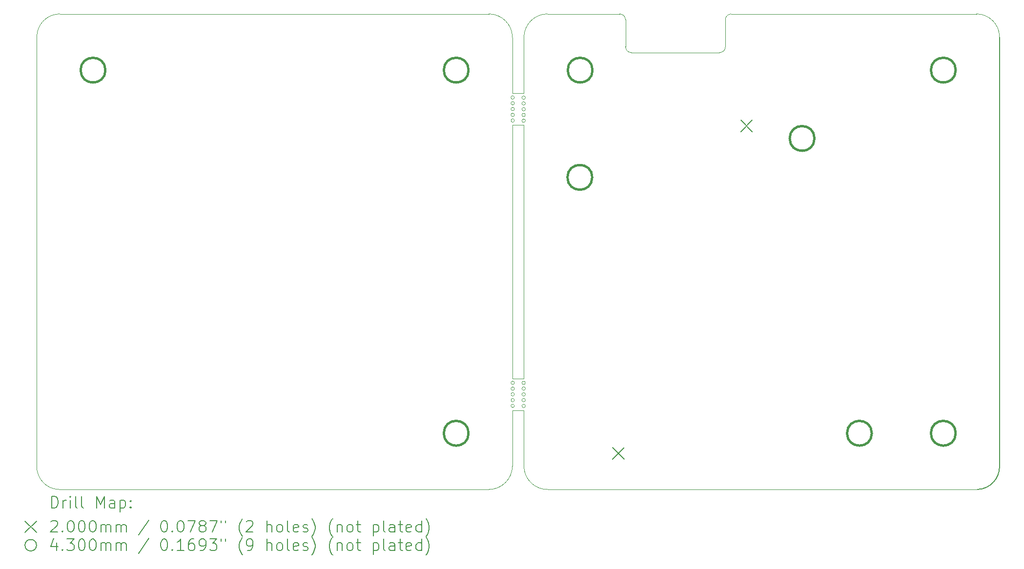
<source format=gbr>
%TF.GenerationSoftware,KiCad,Pcbnew,8.0.4*%
%TF.CreationDate,2024-07-29T00:01:57+02:00*%
%TF.ProjectId,gps,6770732e-6b69-4636-9164-5f7063625858,rev?*%
%TF.SameCoordinates,Original*%
%TF.FileFunction,Drillmap*%
%TF.FilePolarity,Positive*%
%FSLAX45Y45*%
G04 Gerber Fmt 4.5, Leading zero omitted, Abs format (unit mm)*
G04 Created by KiCad (PCBNEW 8.0.4) date 2024-07-29 00:01:57*
%MOMM*%
%LPD*%
G01*
G04 APERTURE LIST*
%ADD10C,0.100000*%
%ADD11C,0.150000*%
%ADD12C,0.200000*%
%ADD13C,0.430000*%
G04 APERTURE END LIST*
D10*
X13525000Y-11050000D02*
X13725000Y-11050000D01*
X13750000Y-5627500D02*
G75*
G02*
X13690000Y-5627500I-30000J0D01*
G01*
X13690000Y-5627500D02*
G75*
G02*
X13750000Y-5627500I30000J0D01*
G01*
X13560000Y-5625000D02*
G75*
G02*
X13500000Y-5625000I-30000J0D01*
G01*
X13500000Y-5625000D02*
G75*
G02*
X13560000Y-5625000I30000J0D01*
G01*
X13560000Y-10575000D02*
G75*
G02*
X13500000Y-10575000I-30000J0D01*
G01*
X13500000Y-10575000D02*
G75*
G02*
X13560000Y-10575000I30000J0D01*
G01*
X13750000Y-10575000D02*
G75*
G02*
X13690000Y-10575000I-30000J0D01*
G01*
X13690000Y-10575000D02*
G75*
G02*
X13750000Y-10575000I30000J0D01*
G01*
X13525000Y-10500000D02*
X13725000Y-10500000D01*
X13525000Y-6100000D02*
X13725000Y-6100000D01*
X13525000Y-5550000D02*
X13725000Y-5550000D01*
X13560000Y-6025000D02*
G75*
G02*
X13500000Y-6025000I-30000J0D01*
G01*
X13500000Y-6025000D02*
G75*
G02*
X13560000Y-6025000I30000J0D01*
G01*
X15587000Y-4845000D02*
G75*
G02*
X15487000Y-4745000I0J100000D01*
G01*
X5275000Y-4575000D02*
G75*
G02*
X5675000Y-4175000I400000J0D01*
G01*
X15386000Y-4175000D02*
G75*
G02*
X15487298Y-4275000I1290J-100000D01*
G01*
X13750000Y-5927500D02*
G75*
G02*
X13690000Y-5927500I-30000J0D01*
G01*
X13690000Y-5927500D02*
G75*
G02*
X13750000Y-5927500I30000J0D01*
G01*
X13560000Y-5725000D02*
G75*
G02*
X13500000Y-5725000I-30000J0D01*
G01*
X13500000Y-5725000D02*
G75*
G02*
X13560000Y-5725000I30000J0D01*
G01*
X5657843Y-12425000D02*
G75*
G02*
X5275000Y-12017157I12507J395350D01*
G01*
X13560000Y-5825000D02*
G75*
G02*
X13500000Y-5825000I-30000J0D01*
G01*
X13500000Y-5825000D02*
G75*
G02*
X13560000Y-5825000I30000J0D01*
G01*
D11*
X21975000Y-12017157D02*
G75*
G02*
X21592157Y-12425000I-395340J-12503D01*
G01*
D10*
X13725000Y-10500000D02*
X13725000Y-6100000D01*
X13750000Y-5827500D02*
G75*
G02*
X13690000Y-5827500I-30000J0D01*
G01*
X13690000Y-5827500D02*
G75*
G02*
X13750000Y-5827500I30000J0D01*
G01*
X13560000Y-10875000D02*
G75*
G02*
X13500000Y-10875000I-30000J0D01*
G01*
X13500000Y-10875000D02*
G75*
G02*
X13560000Y-10875000I30000J0D01*
G01*
X13725000Y-4582843D02*
G75*
G02*
X14132843Y-4175000I407840J3D01*
G01*
X13560000Y-10975000D02*
G75*
G02*
X13500000Y-10975000I-30000J0D01*
G01*
X13500000Y-10975000D02*
G75*
G02*
X13560000Y-10975000I30000J0D01*
G01*
X17220000Y-4275000D02*
X17220000Y-4745000D01*
X13750000Y-6027500D02*
G75*
G02*
X13690000Y-6027500I-30000J0D01*
G01*
X13690000Y-6027500D02*
G75*
G02*
X13750000Y-6027500I30000J0D01*
G01*
X13750198Y-10675000D02*
G75*
G02*
X13690198Y-10675000I-30000J0D01*
G01*
X13690198Y-10675000D02*
G75*
G02*
X13750198Y-10675000I30000J0D01*
G01*
X13750198Y-10875000D02*
G75*
G02*
X13690198Y-10875000I-30000J0D01*
G01*
X13690198Y-10875000D02*
G75*
G02*
X13750198Y-10875000I30000J0D01*
G01*
X13525000Y-12017157D02*
G75*
G02*
X13117157Y-12425000I-407840J-3D01*
G01*
X5657843Y-12425000D02*
X13117157Y-12425000D01*
D11*
X21975000Y-12017157D02*
X21975000Y-4575000D01*
D10*
X15487000Y-4275000D02*
X15487000Y-4745000D01*
X13117157Y-4175000D02*
G75*
G02*
X13525000Y-4582843I3J-407840D01*
G01*
X5275000Y-4575000D02*
X5275000Y-12017157D01*
X21575000Y-4175000D02*
X17320000Y-4175000D01*
X21575000Y-4175000D02*
G75*
G02*
X21975000Y-4575000I0J-400000D01*
G01*
X14132843Y-12425000D02*
G75*
G02*
X13725000Y-12017157I-3J407840D01*
G01*
X14132843Y-4175000D02*
X15386000Y-4175000D01*
X13525000Y-12017157D02*
X13525000Y-11050000D01*
X13525000Y-6100000D02*
X13525000Y-10500000D01*
X14132843Y-12425000D02*
X21592157Y-12425000D01*
X13117157Y-4175000D02*
X5675000Y-4175000D01*
X13560000Y-10675000D02*
G75*
G02*
X13500000Y-10675000I-30000J0D01*
G01*
X13500000Y-10675000D02*
G75*
G02*
X13560000Y-10675000I30000J0D01*
G01*
X17220000Y-4275000D02*
G75*
G02*
X17320000Y-4175000I100000J0D01*
G01*
X13560000Y-5925000D02*
G75*
G02*
X13500000Y-5925000I-30000J0D01*
G01*
X13500000Y-5925000D02*
G75*
G02*
X13560000Y-5925000I30000J0D01*
G01*
X13750198Y-10775000D02*
G75*
G02*
X13690198Y-10775000I-30000J0D01*
G01*
X13690198Y-10775000D02*
G75*
G02*
X13750198Y-10775000I30000J0D01*
G01*
X13525000Y-4582843D02*
X13525000Y-5550000D01*
X17220000Y-4745000D02*
G75*
G02*
X17120000Y-4845000I-100000J0D01*
G01*
X13725000Y-5550000D02*
X13725000Y-4582843D01*
X13560000Y-10775000D02*
G75*
G02*
X13500000Y-10775000I-30000J0D01*
G01*
X13500000Y-10775000D02*
G75*
G02*
X13560000Y-10775000I30000J0D01*
G01*
X13750000Y-5727500D02*
G75*
G02*
X13690000Y-5727500I-30000J0D01*
G01*
X13690000Y-5727500D02*
G75*
G02*
X13750000Y-5727500I30000J0D01*
G01*
X13725000Y-12017157D02*
X13725000Y-11050000D01*
X17120000Y-4845000D02*
X15587000Y-4845000D01*
X13750198Y-10975000D02*
G75*
G02*
X13690198Y-10975000I-30000J0D01*
G01*
X13690198Y-10975000D02*
G75*
G02*
X13750198Y-10975000I30000J0D01*
G01*
D12*
X15266250Y-11700000D02*
X15466250Y-11900000D01*
X15466250Y-11700000D02*
X15266250Y-11900000D01*
X17486250Y-6020000D02*
X17686250Y-6220000D01*
X17686250Y-6020000D02*
X17486250Y-6220000D01*
D13*
X6465000Y-5150000D02*
G75*
G02*
X6035000Y-5150000I-215000J0D01*
G01*
X6035000Y-5150000D02*
G75*
G02*
X6465000Y-5150000I215000J0D01*
G01*
X12765000Y-5150000D02*
G75*
G02*
X12335000Y-5150000I-215000J0D01*
G01*
X12335000Y-5150000D02*
G75*
G02*
X12765000Y-5150000I215000J0D01*
G01*
X12765000Y-11450000D02*
G75*
G02*
X12335000Y-11450000I-215000J0D01*
G01*
X12335000Y-11450000D02*
G75*
G02*
X12765000Y-11450000I215000J0D01*
G01*
X14910000Y-7010000D02*
G75*
G02*
X14480000Y-7010000I-215000J0D01*
G01*
X14480000Y-7010000D02*
G75*
G02*
X14910000Y-7010000I215000J0D01*
G01*
X14915000Y-5150000D02*
G75*
G02*
X14485000Y-5150000I-215000J0D01*
G01*
X14485000Y-5150000D02*
G75*
G02*
X14915000Y-5150000I215000J0D01*
G01*
X18765000Y-6335000D02*
G75*
G02*
X18335000Y-6335000I-215000J0D01*
G01*
X18335000Y-6335000D02*
G75*
G02*
X18765000Y-6335000I215000J0D01*
G01*
X19760000Y-11450000D02*
G75*
G02*
X19330000Y-11450000I-215000J0D01*
G01*
X19330000Y-11450000D02*
G75*
G02*
X19760000Y-11450000I215000J0D01*
G01*
X21215000Y-5150000D02*
G75*
G02*
X20785000Y-5150000I-215000J0D01*
G01*
X20785000Y-5150000D02*
G75*
G02*
X21215000Y-5150000I215000J0D01*
G01*
X21215000Y-11450000D02*
G75*
G02*
X20785000Y-11450000I-215000J0D01*
G01*
X20785000Y-11450000D02*
G75*
G02*
X21215000Y-11450000I215000J0D01*
G01*
D12*
X5530579Y-12743984D02*
X5530579Y-12543984D01*
X5530579Y-12543984D02*
X5578198Y-12543984D01*
X5578198Y-12543984D02*
X5606769Y-12553508D01*
X5606769Y-12553508D02*
X5625817Y-12572555D01*
X5625817Y-12572555D02*
X5635341Y-12591603D01*
X5635341Y-12591603D02*
X5644865Y-12629698D01*
X5644865Y-12629698D02*
X5644865Y-12658269D01*
X5644865Y-12658269D02*
X5635341Y-12696365D01*
X5635341Y-12696365D02*
X5625817Y-12715412D01*
X5625817Y-12715412D02*
X5606769Y-12734460D01*
X5606769Y-12734460D02*
X5578198Y-12743984D01*
X5578198Y-12743984D02*
X5530579Y-12743984D01*
X5730579Y-12743984D02*
X5730579Y-12610650D01*
X5730579Y-12648746D02*
X5740103Y-12629698D01*
X5740103Y-12629698D02*
X5749627Y-12620174D01*
X5749627Y-12620174D02*
X5768674Y-12610650D01*
X5768674Y-12610650D02*
X5787722Y-12610650D01*
X5854388Y-12743984D02*
X5854388Y-12610650D01*
X5854388Y-12543984D02*
X5844865Y-12553508D01*
X5844865Y-12553508D02*
X5854388Y-12563031D01*
X5854388Y-12563031D02*
X5863912Y-12553508D01*
X5863912Y-12553508D02*
X5854388Y-12543984D01*
X5854388Y-12543984D02*
X5854388Y-12563031D01*
X5978198Y-12743984D02*
X5959150Y-12734460D01*
X5959150Y-12734460D02*
X5949627Y-12715412D01*
X5949627Y-12715412D02*
X5949627Y-12543984D01*
X6082960Y-12743984D02*
X6063912Y-12734460D01*
X6063912Y-12734460D02*
X6054388Y-12715412D01*
X6054388Y-12715412D02*
X6054388Y-12543984D01*
X6311531Y-12743984D02*
X6311531Y-12543984D01*
X6311531Y-12543984D02*
X6378198Y-12686841D01*
X6378198Y-12686841D02*
X6444865Y-12543984D01*
X6444865Y-12543984D02*
X6444865Y-12743984D01*
X6625817Y-12743984D02*
X6625817Y-12639222D01*
X6625817Y-12639222D02*
X6616293Y-12620174D01*
X6616293Y-12620174D02*
X6597246Y-12610650D01*
X6597246Y-12610650D02*
X6559150Y-12610650D01*
X6559150Y-12610650D02*
X6540103Y-12620174D01*
X6625817Y-12734460D02*
X6606769Y-12743984D01*
X6606769Y-12743984D02*
X6559150Y-12743984D01*
X6559150Y-12743984D02*
X6540103Y-12734460D01*
X6540103Y-12734460D02*
X6530579Y-12715412D01*
X6530579Y-12715412D02*
X6530579Y-12696365D01*
X6530579Y-12696365D02*
X6540103Y-12677317D01*
X6540103Y-12677317D02*
X6559150Y-12667793D01*
X6559150Y-12667793D02*
X6606769Y-12667793D01*
X6606769Y-12667793D02*
X6625817Y-12658269D01*
X6721055Y-12610650D02*
X6721055Y-12810650D01*
X6721055Y-12620174D02*
X6740103Y-12610650D01*
X6740103Y-12610650D02*
X6778198Y-12610650D01*
X6778198Y-12610650D02*
X6797246Y-12620174D01*
X6797246Y-12620174D02*
X6806769Y-12629698D01*
X6806769Y-12629698D02*
X6816293Y-12648746D01*
X6816293Y-12648746D02*
X6816293Y-12705888D01*
X6816293Y-12705888D02*
X6806769Y-12724936D01*
X6806769Y-12724936D02*
X6797246Y-12734460D01*
X6797246Y-12734460D02*
X6778198Y-12743984D01*
X6778198Y-12743984D02*
X6740103Y-12743984D01*
X6740103Y-12743984D02*
X6721055Y-12734460D01*
X6902008Y-12724936D02*
X6911531Y-12734460D01*
X6911531Y-12734460D02*
X6902008Y-12743984D01*
X6902008Y-12743984D02*
X6892484Y-12734460D01*
X6892484Y-12734460D02*
X6902008Y-12724936D01*
X6902008Y-12724936D02*
X6902008Y-12743984D01*
X6902008Y-12620174D02*
X6911531Y-12629698D01*
X6911531Y-12629698D02*
X6902008Y-12639222D01*
X6902008Y-12639222D02*
X6892484Y-12629698D01*
X6892484Y-12629698D02*
X6902008Y-12620174D01*
X6902008Y-12620174D02*
X6902008Y-12639222D01*
X5069802Y-12972500D02*
X5269802Y-13172500D01*
X5269802Y-12972500D02*
X5069802Y-13172500D01*
X5521055Y-12983031D02*
X5530579Y-12973508D01*
X5530579Y-12973508D02*
X5549627Y-12963984D01*
X5549627Y-12963984D02*
X5597246Y-12963984D01*
X5597246Y-12963984D02*
X5616293Y-12973508D01*
X5616293Y-12973508D02*
X5625817Y-12983031D01*
X5625817Y-12983031D02*
X5635341Y-13002079D01*
X5635341Y-13002079D02*
X5635341Y-13021127D01*
X5635341Y-13021127D02*
X5625817Y-13049698D01*
X5625817Y-13049698D02*
X5511531Y-13163984D01*
X5511531Y-13163984D02*
X5635341Y-13163984D01*
X5721055Y-13144936D02*
X5730579Y-13154460D01*
X5730579Y-13154460D02*
X5721055Y-13163984D01*
X5721055Y-13163984D02*
X5711531Y-13154460D01*
X5711531Y-13154460D02*
X5721055Y-13144936D01*
X5721055Y-13144936D02*
X5721055Y-13163984D01*
X5854388Y-12963984D02*
X5873436Y-12963984D01*
X5873436Y-12963984D02*
X5892484Y-12973508D01*
X5892484Y-12973508D02*
X5902008Y-12983031D01*
X5902008Y-12983031D02*
X5911531Y-13002079D01*
X5911531Y-13002079D02*
X5921055Y-13040174D01*
X5921055Y-13040174D02*
X5921055Y-13087793D01*
X5921055Y-13087793D02*
X5911531Y-13125888D01*
X5911531Y-13125888D02*
X5902008Y-13144936D01*
X5902008Y-13144936D02*
X5892484Y-13154460D01*
X5892484Y-13154460D02*
X5873436Y-13163984D01*
X5873436Y-13163984D02*
X5854388Y-13163984D01*
X5854388Y-13163984D02*
X5835341Y-13154460D01*
X5835341Y-13154460D02*
X5825817Y-13144936D01*
X5825817Y-13144936D02*
X5816293Y-13125888D01*
X5816293Y-13125888D02*
X5806769Y-13087793D01*
X5806769Y-13087793D02*
X5806769Y-13040174D01*
X5806769Y-13040174D02*
X5816293Y-13002079D01*
X5816293Y-13002079D02*
X5825817Y-12983031D01*
X5825817Y-12983031D02*
X5835341Y-12973508D01*
X5835341Y-12973508D02*
X5854388Y-12963984D01*
X6044865Y-12963984D02*
X6063912Y-12963984D01*
X6063912Y-12963984D02*
X6082960Y-12973508D01*
X6082960Y-12973508D02*
X6092484Y-12983031D01*
X6092484Y-12983031D02*
X6102008Y-13002079D01*
X6102008Y-13002079D02*
X6111531Y-13040174D01*
X6111531Y-13040174D02*
X6111531Y-13087793D01*
X6111531Y-13087793D02*
X6102008Y-13125888D01*
X6102008Y-13125888D02*
X6092484Y-13144936D01*
X6092484Y-13144936D02*
X6082960Y-13154460D01*
X6082960Y-13154460D02*
X6063912Y-13163984D01*
X6063912Y-13163984D02*
X6044865Y-13163984D01*
X6044865Y-13163984D02*
X6025817Y-13154460D01*
X6025817Y-13154460D02*
X6016293Y-13144936D01*
X6016293Y-13144936D02*
X6006769Y-13125888D01*
X6006769Y-13125888D02*
X5997246Y-13087793D01*
X5997246Y-13087793D02*
X5997246Y-13040174D01*
X5997246Y-13040174D02*
X6006769Y-13002079D01*
X6006769Y-13002079D02*
X6016293Y-12983031D01*
X6016293Y-12983031D02*
X6025817Y-12973508D01*
X6025817Y-12973508D02*
X6044865Y-12963984D01*
X6235341Y-12963984D02*
X6254389Y-12963984D01*
X6254389Y-12963984D02*
X6273436Y-12973508D01*
X6273436Y-12973508D02*
X6282960Y-12983031D01*
X6282960Y-12983031D02*
X6292484Y-13002079D01*
X6292484Y-13002079D02*
X6302008Y-13040174D01*
X6302008Y-13040174D02*
X6302008Y-13087793D01*
X6302008Y-13087793D02*
X6292484Y-13125888D01*
X6292484Y-13125888D02*
X6282960Y-13144936D01*
X6282960Y-13144936D02*
X6273436Y-13154460D01*
X6273436Y-13154460D02*
X6254389Y-13163984D01*
X6254389Y-13163984D02*
X6235341Y-13163984D01*
X6235341Y-13163984D02*
X6216293Y-13154460D01*
X6216293Y-13154460D02*
X6206769Y-13144936D01*
X6206769Y-13144936D02*
X6197246Y-13125888D01*
X6197246Y-13125888D02*
X6187722Y-13087793D01*
X6187722Y-13087793D02*
X6187722Y-13040174D01*
X6187722Y-13040174D02*
X6197246Y-13002079D01*
X6197246Y-13002079D02*
X6206769Y-12983031D01*
X6206769Y-12983031D02*
X6216293Y-12973508D01*
X6216293Y-12973508D02*
X6235341Y-12963984D01*
X6387722Y-13163984D02*
X6387722Y-13030650D01*
X6387722Y-13049698D02*
X6397246Y-13040174D01*
X6397246Y-13040174D02*
X6416293Y-13030650D01*
X6416293Y-13030650D02*
X6444865Y-13030650D01*
X6444865Y-13030650D02*
X6463912Y-13040174D01*
X6463912Y-13040174D02*
X6473436Y-13059222D01*
X6473436Y-13059222D02*
X6473436Y-13163984D01*
X6473436Y-13059222D02*
X6482960Y-13040174D01*
X6482960Y-13040174D02*
X6502008Y-13030650D01*
X6502008Y-13030650D02*
X6530579Y-13030650D01*
X6530579Y-13030650D02*
X6549627Y-13040174D01*
X6549627Y-13040174D02*
X6559150Y-13059222D01*
X6559150Y-13059222D02*
X6559150Y-13163984D01*
X6654389Y-13163984D02*
X6654389Y-13030650D01*
X6654389Y-13049698D02*
X6663912Y-13040174D01*
X6663912Y-13040174D02*
X6682960Y-13030650D01*
X6682960Y-13030650D02*
X6711531Y-13030650D01*
X6711531Y-13030650D02*
X6730579Y-13040174D01*
X6730579Y-13040174D02*
X6740103Y-13059222D01*
X6740103Y-13059222D02*
X6740103Y-13163984D01*
X6740103Y-13059222D02*
X6749627Y-13040174D01*
X6749627Y-13040174D02*
X6768674Y-13030650D01*
X6768674Y-13030650D02*
X6797246Y-13030650D01*
X6797246Y-13030650D02*
X6816293Y-13040174D01*
X6816293Y-13040174D02*
X6825817Y-13059222D01*
X6825817Y-13059222D02*
X6825817Y-13163984D01*
X7216293Y-12954460D02*
X7044865Y-13211603D01*
X7473436Y-12963984D02*
X7492484Y-12963984D01*
X7492484Y-12963984D02*
X7511532Y-12973508D01*
X7511532Y-12973508D02*
X7521055Y-12983031D01*
X7521055Y-12983031D02*
X7530579Y-13002079D01*
X7530579Y-13002079D02*
X7540103Y-13040174D01*
X7540103Y-13040174D02*
X7540103Y-13087793D01*
X7540103Y-13087793D02*
X7530579Y-13125888D01*
X7530579Y-13125888D02*
X7521055Y-13144936D01*
X7521055Y-13144936D02*
X7511532Y-13154460D01*
X7511532Y-13154460D02*
X7492484Y-13163984D01*
X7492484Y-13163984D02*
X7473436Y-13163984D01*
X7473436Y-13163984D02*
X7454389Y-13154460D01*
X7454389Y-13154460D02*
X7444865Y-13144936D01*
X7444865Y-13144936D02*
X7435341Y-13125888D01*
X7435341Y-13125888D02*
X7425817Y-13087793D01*
X7425817Y-13087793D02*
X7425817Y-13040174D01*
X7425817Y-13040174D02*
X7435341Y-13002079D01*
X7435341Y-13002079D02*
X7444865Y-12983031D01*
X7444865Y-12983031D02*
X7454389Y-12973508D01*
X7454389Y-12973508D02*
X7473436Y-12963984D01*
X7625817Y-13144936D02*
X7635341Y-13154460D01*
X7635341Y-13154460D02*
X7625817Y-13163984D01*
X7625817Y-13163984D02*
X7616293Y-13154460D01*
X7616293Y-13154460D02*
X7625817Y-13144936D01*
X7625817Y-13144936D02*
X7625817Y-13163984D01*
X7759151Y-12963984D02*
X7778198Y-12963984D01*
X7778198Y-12963984D02*
X7797246Y-12973508D01*
X7797246Y-12973508D02*
X7806770Y-12983031D01*
X7806770Y-12983031D02*
X7816293Y-13002079D01*
X7816293Y-13002079D02*
X7825817Y-13040174D01*
X7825817Y-13040174D02*
X7825817Y-13087793D01*
X7825817Y-13087793D02*
X7816293Y-13125888D01*
X7816293Y-13125888D02*
X7806770Y-13144936D01*
X7806770Y-13144936D02*
X7797246Y-13154460D01*
X7797246Y-13154460D02*
X7778198Y-13163984D01*
X7778198Y-13163984D02*
X7759151Y-13163984D01*
X7759151Y-13163984D02*
X7740103Y-13154460D01*
X7740103Y-13154460D02*
X7730579Y-13144936D01*
X7730579Y-13144936D02*
X7721055Y-13125888D01*
X7721055Y-13125888D02*
X7711532Y-13087793D01*
X7711532Y-13087793D02*
X7711532Y-13040174D01*
X7711532Y-13040174D02*
X7721055Y-13002079D01*
X7721055Y-13002079D02*
X7730579Y-12983031D01*
X7730579Y-12983031D02*
X7740103Y-12973508D01*
X7740103Y-12973508D02*
X7759151Y-12963984D01*
X7892484Y-12963984D02*
X8025817Y-12963984D01*
X8025817Y-12963984D02*
X7940103Y-13163984D01*
X8130579Y-13049698D02*
X8111532Y-13040174D01*
X8111532Y-13040174D02*
X8102008Y-13030650D01*
X8102008Y-13030650D02*
X8092484Y-13011603D01*
X8092484Y-13011603D02*
X8092484Y-13002079D01*
X8092484Y-13002079D02*
X8102008Y-12983031D01*
X8102008Y-12983031D02*
X8111532Y-12973508D01*
X8111532Y-12973508D02*
X8130579Y-12963984D01*
X8130579Y-12963984D02*
X8168674Y-12963984D01*
X8168674Y-12963984D02*
X8187722Y-12973508D01*
X8187722Y-12973508D02*
X8197246Y-12983031D01*
X8197246Y-12983031D02*
X8206770Y-13002079D01*
X8206770Y-13002079D02*
X8206770Y-13011603D01*
X8206770Y-13011603D02*
X8197246Y-13030650D01*
X8197246Y-13030650D02*
X8187722Y-13040174D01*
X8187722Y-13040174D02*
X8168674Y-13049698D01*
X8168674Y-13049698D02*
X8130579Y-13049698D01*
X8130579Y-13049698D02*
X8111532Y-13059222D01*
X8111532Y-13059222D02*
X8102008Y-13068746D01*
X8102008Y-13068746D02*
X8092484Y-13087793D01*
X8092484Y-13087793D02*
X8092484Y-13125888D01*
X8092484Y-13125888D02*
X8102008Y-13144936D01*
X8102008Y-13144936D02*
X8111532Y-13154460D01*
X8111532Y-13154460D02*
X8130579Y-13163984D01*
X8130579Y-13163984D02*
X8168674Y-13163984D01*
X8168674Y-13163984D02*
X8187722Y-13154460D01*
X8187722Y-13154460D02*
X8197246Y-13144936D01*
X8197246Y-13144936D02*
X8206770Y-13125888D01*
X8206770Y-13125888D02*
X8206770Y-13087793D01*
X8206770Y-13087793D02*
X8197246Y-13068746D01*
X8197246Y-13068746D02*
X8187722Y-13059222D01*
X8187722Y-13059222D02*
X8168674Y-13049698D01*
X8273436Y-12963984D02*
X8406770Y-12963984D01*
X8406770Y-12963984D02*
X8321055Y-13163984D01*
X8473436Y-12963984D02*
X8473436Y-13002079D01*
X8549627Y-12963984D02*
X8549627Y-13002079D01*
X8844865Y-13240174D02*
X8835341Y-13230650D01*
X8835341Y-13230650D02*
X8816294Y-13202079D01*
X8816294Y-13202079D02*
X8806770Y-13183031D01*
X8806770Y-13183031D02*
X8797246Y-13154460D01*
X8797246Y-13154460D02*
X8787722Y-13106841D01*
X8787722Y-13106841D02*
X8787722Y-13068746D01*
X8787722Y-13068746D02*
X8797246Y-13021127D01*
X8797246Y-13021127D02*
X8806770Y-12992555D01*
X8806770Y-12992555D02*
X8816294Y-12973508D01*
X8816294Y-12973508D02*
X8835341Y-12944936D01*
X8835341Y-12944936D02*
X8844865Y-12935412D01*
X8911532Y-12983031D02*
X8921056Y-12973508D01*
X8921056Y-12973508D02*
X8940103Y-12963984D01*
X8940103Y-12963984D02*
X8987722Y-12963984D01*
X8987722Y-12963984D02*
X9006770Y-12973508D01*
X9006770Y-12973508D02*
X9016294Y-12983031D01*
X9016294Y-12983031D02*
X9025817Y-13002079D01*
X9025817Y-13002079D02*
X9025817Y-13021127D01*
X9025817Y-13021127D02*
X9016294Y-13049698D01*
X9016294Y-13049698D02*
X8902008Y-13163984D01*
X8902008Y-13163984D02*
X9025817Y-13163984D01*
X9263913Y-13163984D02*
X9263913Y-12963984D01*
X9349627Y-13163984D02*
X9349627Y-13059222D01*
X9349627Y-13059222D02*
X9340103Y-13040174D01*
X9340103Y-13040174D02*
X9321056Y-13030650D01*
X9321056Y-13030650D02*
X9292484Y-13030650D01*
X9292484Y-13030650D02*
X9273437Y-13040174D01*
X9273437Y-13040174D02*
X9263913Y-13049698D01*
X9473437Y-13163984D02*
X9454389Y-13154460D01*
X9454389Y-13154460D02*
X9444865Y-13144936D01*
X9444865Y-13144936D02*
X9435341Y-13125888D01*
X9435341Y-13125888D02*
X9435341Y-13068746D01*
X9435341Y-13068746D02*
X9444865Y-13049698D01*
X9444865Y-13049698D02*
X9454389Y-13040174D01*
X9454389Y-13040174D02*
X9473437Y-13030650D01*
X9473437Y-13030650D02*
X9502008Y-13030650D01*
X9502008Y-13030650D02*
X9521056Y-13040174D01*
X9521056Y-13040174D02*
X9530579Y-13049698D01*
X9530579Y-13049698D02*
X9540103Y-13068746D01*
X9540103Y-13068746D02*
X9540103Y-13125888D01*
X9540103Y-13125888D02*
X9530579Y-13144936D01*
X9530579Y-13144936D02*
X9521056Y-13154460D01*
X9521056Y-13154460D02*
X9502008Y-13163984D01*
X9502008Y-13163984D02*
X9473437Y-13163984D01*
X9654389Y-13163984D02*
X9635341Y-13154460D01*
X9635341Y-13154460D02*
X9625818Y-13135412D01*
X9625818Y-13135412D02*
X9625818Y-12963984D01*
X9806770Y-13154460D02*
X9787722Y-13163984D01*
X9787722Y-13163984D02*
X9749627Y-13163984D01*
X9749627Y-13163984D02*
X9730579Y-13154460D01*
X9730579Y-13154460D02*
X9721056Y-13135412D01*
X9721056Y-13135412D02*
X9721056Y-13059222D01*
X9721056Y-13059222D02*
X9730579Y-13040174D01*
X9730579Y-13040174D02*
X9749627Y-13030650D01*
X9749627Y-13030650D02*
X9787722Y-13030650D01*
X9787722Y-13030650D02*
X9806770Y-13040174D01*
X9806770Y-13040174D02*
X9816294Y-13059222D01*
X9816294Y-13059222D02*
X9816294Y-13078269D01*
X9816294Y-13078269D02*
X9721056Y-13097317D01*
X9892484Y-13154460D02*
X9911532Y-13163984D01*
X9911532Y-13163984D02*
X9949627Y-13163984D01*
X9949627Y-13163984D02*
X9968675Y-13154460D01*
X9968675Y-13154460D02*
X9978199Y-13135412D01*
X9978199Y-13135412D02*
X9978199Y-13125888D01*
X9978199Y-13125888D02*
X9968675Y-13106841D01*
X9968675Y-13106841D02*
X9949627Y-13097317D01*
X9949627Y-13097317D02*
X9921056Y-13097317D01*
X9921056Y-13097317D02*
X9902008Y-13087793D01*
X9902008Y-13087793D02*
X9892484Y-13068746D01*
X9892484Y-13068746D02*
X9892484Y-13059222D01*
X9892484Y-13059222D02*
X9902008Y-13040174D01*
X9902008Y-13040174D02*
X9921056Y-13030650D01*
X9921056Y-13030650D02*
X9949627Y-13030650D01*
X9949627Y-13030650D02*
X9968675Y-13040174D01*
X10044865Y-13240174D02*
X10054389Y-13230650D01*
X10054389Y-13230650D02*
X10073437Y-13202079D01*
X10073437Y-13202079D02*
X10082960Y-13183031D01*
X10082960Y-13183031D02*
X10092484Y-13154460D01*
X10092484Y-13154460D02*
X10102008Y-13106841D01*
X10102008Y-13106841D02*
X10102008Y-13068746D01*
X10102008Y-13068746D02*
X10092484Y-13021127D01*
X10092484Y-13021127D02*
X10082960Y-12992555D01*
X10082960Y-12992555D02*
X10073437Y-12973508D01*
X10073437Y-12973508D02*
X10054389Y-12944936D01*
X10054389Y-12944936D02*
X10044865Y-12935412D01*
X10406770Y-13240174D02*
X10397246Y-13230650D01*
X10397246Y-13230650D02*
X10378199Y-13202079D01*
X10378199Y-13202079D02*
X10368675Y-13183031D01*
X10368675Y-13183031D02*
X10359151Y-13154460D01*
X10359151Y-13154460D02*
X10349627Y-13106841D01*
X10349627Y-13106841D02*
X10349627Y-13068746D01*
X10349627Y-13068746D02*
X10359151Y-13021127D01*
X10359151Y-13021127D02*
X10368675Y-12992555D01*
X10368675Y-12992555D02*
X10378199Y-12973508D01*
X10378199Y-12973508D02*
X10397246Y-12944936D01*
X10397246Y-12944936D02*
X10406770Y-12935412D01*
X10482960Y-13030650D02*
X10482960Y-13163984D01*
X10482960Y-13049698D02*
X10492484Y-13040174D01*
X10492484Y-13040174D02*
X10511532Y-13030650D01*
X10511532Y-13030650D02*
X10540103Y-13030650D01*
X10540103Y-13030650D02*
X10559151Y-13040174D01*
X10559151Y-13040174D02*
X10568675Y-13059222D01*
X10568675Y-13059222D02*
X10568675Y-13163984D01*
X10692484Y-13163984D02*
X10673437Y-13154460D01*
X10673437Y-13154460D02*
X10663913Y-13144936D01*
X10663913Y-13144936D02*
X10654389Y-13125888D01*
X10654389Y-13125888D02*
X10654389Y-13068746D01*
X10654389Y-13068746D02*
X10663913Y-13049698D01*
X10663913Y-13049698D02*
X10673437Y-13040174D01*
X10673437Y-13040174D02*
X10692484Y-13030650D01*
X10692484Y-13030650D02*
X10721056Y-13030650D01*
X10721056Y-13030650D02*
X10740103Y-13040174D01*
X10740103Y-13040174D02*
X10749627Y-13049698D01*
X10749627Y-13049698D02*
X10759151Y-13068746D01*
X10759151Y-13068746D02*
X10759151Y-13125888D01*
X10759151Y-13125888D02*
X10749627Y-13144936D01*
X10749627Y-13144936D02*
X10740103Y-13154460D01*
X10740103Y-13154460D02*
X10721056Y-13163984D01*
X10721056Y-13163984D02*
X10692484Y-13163984D01*
X10816294Y-13030650D02*
X10892484Y-13030650D01*
X10844865Y-12963984D02*
X10844865Y-13135412D01*
X10844865Y-13135412D02*
X10854389Y-13154460D01*
X10854389Y-13154460D02*
X10873437Y-13163984D01*
X10873437Y-13163984D02*
X10892484Y-13163984D01*
X11111532Y-13030650D02*
X11111532Y-13230650D01*
X11111532Y-13040174D02*
X11130580Y-13030650D01*
X11130580Y-13030650D02*
X11168675Y-13030650D01*
X11168675Y-13030650D02*
X11187722Y-13040174D01*
X11187722Y-13040174D02*
X11197246Y-13049698D01*
X11197246Y-13049698D02*
X11206770Y-13068746D01*
X11206770Y-13068746D02*
X11206770Y-13125888D01*
X11206770Y-13125888D02*
X11197246Y-13144936D01*
X11197246Y-13144936D02*
X11187722Y-13154460D01*
X11187722Y-13154460D02*
X11168675Y-13163984D01*
X11168675Y-13163984D02*
X11130580Y-13163984D01*
X11130580Y-13163984D02*
X11111532Y-13154460D01*
X11321056Y-13163984D02*
X11302008Y-13154460D01*
X11302008Y-13154460D02*
X11292484Y-13135412D01*
X11292484Y-13135412D02*
X11292484Y-12963984D01*
X11482960Y-13163984D02*
X11482960Y-13059222D01*
X11482960Y-13059222D02*
X11473437Y-13040174D01*
X11473437Y-13040174D02*
X11454389Y-13030650D01*
X11454389Y-13030650D02*
X11416294Y-13030650D01*
X11416294Y-13030650D02*
X11397246Y-13040174D01*
X11482960Y-13154460D02*
X11463913Y-13163984D01*
X11463913Y-13163984D02*
X11416294Y-13163984D01*
X11416294Y-13163984D02*
X11397246Y-13154460D01*
X11397246Y-13154460D02*
X11387722Y-13135412D01*
X11387722Y-13135412D02*
X11387722Y-13116365D01*
X11387722Y-13116365D02*
X11397246Y-13097317D01*
X11397246Y-13097317D02*
X11416294Y-13087793D01*
X11416294Y-13087793D02*
X11463913Y-13087793D01*
X11463913Y-13087793D02*
X11482960Y-13078269D01*
X11549627Y-13030650D02*
X11625818Y-13030650D01*
X11578199Y-12963984D02*
X11578199Y-13135412D01*
X11578199Y-13135412D02*
X11587722Y-13154460D01*
X11587722Y-13154460D02*
X11606770Y-13163984D01*
X11606770Y-13163984D02*
X11625818Y-13163984D01*
X11768675Y-13154460D02*
X11749627Y-13163984D01*
X11749627Y-13163984D02*
X11711532Y-13163984D01*
X11711532Y-13163984D02*
X11692484Y-13154460D01*
X11692484Y-13154460D02*
X11682960Y-13135412D01*
X11682960Y-13135412D02*
X11682960Y-13059222D01*
X11682960Y-13059222D02*
X11692484Y-13040174D01*
X11692484Y-13040174D02*
X11711532Y-13030650D01*
X11711532Y-13030650D02*
X11749627Y-13030650D01*
X11749627Y-13030650D02*
X11768675Y-13040174D01*
X11768675Y-13040174D02*
X11778199Y-13059222D01*
X11778199Y-13059222D02*
X11778199Y-13078269D01*
X11778199Y-13078269D02*
X11682960Y-13097317D01*
X11949627Y-13163984D02*
X11949627Y-12963984D01*
X11949627Y-13154460D02*
X11930580Y-13163984D01*
X11930580Y-13163984D02*
X11892484Y-13163984D01*
X11892484Y-13163984D02*
X11873437Y-13154460D01*
X11873437Y-13154460D02*
X11863913Y-13144936D01*
X11863913Y-13144936D02*
X11854389Y-13125888D01*
X11854389Y-13125888D02*
X11854389Y-13068746D01*
X11854389Y-13068746D02*
X11863913Y-13049698D01*
X11863913Y-13049698D02*
X11873437Y-13040174D01*
X11873437Y-13040174D02*
X11892484Y-13030650D01*
X11892484Y-13030650D02*
X11930580Y-13030650D01*
X11930580Y-13030650D02*
X11949627Y-13040174D01*
X12025818Y-13240174D02*
X12035341Y-13230650D01*
X12035341Y-13230650D02*
X12054389Y-13202079D01*
X12054389Y-13202079D02*
X12063913Y-13183031D01*
X12063913Y-13183031D02*
X12073437Y-13154460D01*
X12073437Y-13154460D02*
X12082960Y-13106841D01*
X12082960Y-13106841D02*
X12082960Y-13068746D01*
X12082960Y-13068746D02*
X12073437Y-13021127D01*
X12073437Y-13021127D02*
X12063913Y-12992555D01*
X12063913Y-12992555D02*
X12054389Y-12973508D01*
X12054389Y-12973508D02*
X12035341Y-12944936D01*
X12035341Y-12944936D02*
X12025818Y-12935412D01*
X5269802Y-13392500D02*
G75*
G02*
X5069802Y-13392500I-100000J0D01*
G01*
X5069802Y-13392500D02*
G75*
G02*
X5269802Y-13392500I100000J0D01*
G01*
X5616293Y-13350650D02*
X5616293Y-13483984D01*
X5568674Y-13274460D02*
X5521055Y-13417317D01*
X5521055Y-13417317D02*
X5644865Y-13417317D01*
X5721055Y-13464936D02*
X5730579Y-13474460D01*
X5730579Y-13474460D02*
X5721055Y-13483984D01*
X5721055Y-13483984D02*
X5711531Y-13474460D01*
X5711531Y-13474460D02*
X5721055Y-13464936D01*
X5721055Y-13464936D02*
X5721055Y-13483984D01*
X5797246Y-13283984D02*
X5921055Y-13283984D01*
X5921055Y-13283984D02*
X5854388Y-13360174D01*
X5854388Y-13360174D02*
X5882960Y-13360174D01*
X5882960Y-13360174D02*
X5902008Y-13369698D01*
X5902008Y-13369698D02*
X5911531Y-13379222D01*
X5911531Y-13379222D02*
X5921055Y-13398269D01*
X5921055Y-13398269D02*
X5921055Y-13445888D01*
X5921055Y-13445888D02*
X5911531Y-13464936D01*
X5911531Y-13464936D02*
X5902008Y-13474460D01*
X5902008Y-13474460D02*
X5882960Y-13483984D01*
X5882960Y-13483984D02*
X5825817Y-13483984D01*
X5825817Y-13483984D02*
X5806769Y-13474460D01*
X5806769Y-13474460D02*
X5797246Y-13464936D01*
X6044865Y-13283984D02*
X6063912Y-13283984D01*
X6063912Y-13283984D02*
X6082960Y-13293508D01*
X6082960Y-13293508D02*
X6092484Y-13303031D01*
X6092484Y-13303031D02*
X6102008Y-13322079D01*
X6102008Y-13322079D02*
X6111531Y-13360174D01*
X6111531Y-13360174D02*
X6111531Y-13407793D01*
X6111531Y-13407793D02*
X6102008Y-13445888D01*
X6102008Y-13445888D02*
X6092484Y-13464936D01*
X6092484Y-13464936D02*
X6082960Y-13474460D01*
X6082960Y-13474460D02*
X6063912Y-13483984D01*
X6063912Y-13483984D02*
X6044865Y-13483984D01*
X6044865Y-13483984D02*
X6025817Y-13474460D01*
X6025817Y-13474460D02*
X6016293Y-13464936D01*
X6016293Y-13464936D02*
X6006769Y-13445888D01*
X6006769Y-13445888D02*
X5997246Y-13407793D01*
X5997246Y-13407793D02*
X5997246Y-13360174D01*
X5997246Y-13360174D02*
X6006769Y-13322079D01*
X6006769Y-13322079D02*
X6016293Y-13303031D01*
X6016293Y-13303031D02*
X6025817Y-13293508D01*
X6025817Y-13293508D02*
X6044865Y-13283984D01*
X6235341Y-13283984D02*
X6254389Y-13283984D01*
X6254389Y-13283984D02*
X6273436Y-13293508D01*
X6273436Y-13293508D02*
X6282960Y-13303031D01*
X6282960Y-13303031D02*
X6292484Y-13322079D01*
X6292484Y-13322079D02*
X6302008Y-13360174D01*
X6302008Y-13360174D02*
X6302008Y-13407793D01*
X6302008Y-13407793D02*
X6292484Y-13445888D01*
X6292484Y-13445888D02*
X6282960Y-13464936D01*
X6282960Y-13464936D02*
X6273436Y-13474460D01*
X6273436Y-13474460D02*
X6254389Y-13483984D01*
X6254389Y-13483984D02*
X6235341Y-13483984D01*
X6235341Y-13483984D02*
X6216293Y-13474460D01*
X6216293Y-13474460D02*
X6206769Y-13464936D01*
X6206769Y-13464936D02*
X6197246Y-13445888D01*
X6197246Y-13445888D02*
X6187722Y-13407793D01*
X6187722Y-13407793D02*
X6187722Y-13360174D01*
X6187722Y-13360174D02*
X6197246Y-13322079D01*
X6197246Y-13322079D02*
X6206769Y-13303031D01*
X6206769Y-13303031D02*
X6216293Y-13293508D01*
X6216293Y-13293508D02*
X6235341Y-13283984D01*
X6387722Y-13483984D02*
X6387722Y-13350650D01*
X6387722Y-13369698D02*
X6397246Y-13360174D01*
X6397246Y-13360174D02*
X6416293Y-13350650D01*
X6416293Y-13350650D02*
X6444865Y-13350650D01*
X6444865Y-13350650D02*
X6463912Y-13360174D01*
X6463912Y-13360174D02*
X6473436Y-13379222D01*
X6473436Y-13379222D02*
X6473436Y-13483984D01*
X6473436Y-13379222D02*
X6482960Y-13360174D01*
X6482960Y-13360174D02*
X6502008Y-13350650D01*
X6502008Y-13350650D02*
X6530579Y-13350650D01*
X6530579Y-13350650D02*
X6549627Y-13360174D01*
X6549627Y-13360174D02*
X6559150Y-13379222D01*
X6559150Y-13379222D02*
X6559150Y-13483984D01*
X6654389Y-13483984D02*
X6654389Y-13350650D01*
X6654389Y-13369698D02*
X6663912Y-13360174D01*
X6663912Y-13360174D02*
X6682960Y-13350650D01*
X6682960Y-13350650D02*
X6711531Y-13350650D01*
X6711531Y-13350650D02*
X6730579Y-13360174D01*
X6730579Y-13360174D02*
X6740103Y-13379222D01*
X6740103Y-13379222D02*
X6740103Y-13483984D01*
X6740103Y-13379222D02*
X6749627Y-13360174D01*
X6749627Y-13360174D02*
X6768674Y-13350650D01*
X6768674Y-13350650D02*
X6797246Y-13350650D01*
X6797246Y-13350650D02*
X6816293Y-13360174D01*
X6816293Y-13360174D02*
X6825817Y-13379222D01*
X6825817Y-13379222D02*
X6825817Y-13483984D01*
X7216293Y-13274460D02*
X7044865Y-13531603D01*
X7473436Y-13283984D02*
X7492484Y-13283984D01*
X7492484Y-13283984D02*
X7511532Y-13293508D01*
X7511532Y-13293508D02*
X7521055Y-13303031D01*
X7521055Y-13303031D02*
X7530579Y-13322079D01*
X7530579Y-13322079D02*
X7540103Y-13360174D01*
X7540103Y-13360174D02*
X7540103Y-13407793D01*
X7540103Y-13407793D02*
X7530579Y-13445888D01*
X7530579Y-13445888D02*
X7521055Y-13464936D01*
X7521055Y-13464936D02*
X7511532Y-13474460D01*
X7511532Y-13474460D02*
X7492484Y-13483984D01*
X7492484Y-13483984D02*
X7473436Y-13483984D01*
X7473436Y-13483984D02*
X7454389Y-13474460D01*
X7454389Y-13474460D02*
X7444865Y-13464936D01*
X7444865Y-13464936D02*
X7435341Y-13445888D01*
X7435341Y-13445888D02*
X7425817Y-13407793D01*
X7425817Y-13407793D02*
X7425817Y-13360174D01*
X7425817Y-13360174D02*
X7435341Y-13322079D01*
X7435341Y-13322079D02*
X7444865Y-13303031D01*
X7444865Y-13303031D02*
X7454389Y-13293508D01*
X7454389Y-13293508D02*
X7473436Y-13283984D01*
X7625817Y-13464936D02*
X7635341Y-13474460D01*
X7635341Y-13474460D02*
X7625817Y-13483984D01*
X7625817Y-13483984D02*
X7616293Y-13474460D01*
X7616293Y-13474460D02*
X7625817Y-13464936D01*
X7625817Y-13464936D02*
X7625817Y-13483984D01*
X7825817Y-13483984D02*
X7711532Y-13483984D01*
X7768674Y-13483984D02*
X7768674Y-13283984D01*
X7768674Y-13283984D02*
X7749627Y-13312555D01*
X7749627Y-13312555D02*
X7730579Y-13331603D01*
X7730579Y-13331603D02*
X7711532Y-13341127D01*
X7997246Y-13283984D02*
X7959151Y-13283984D01*
X7959151Y-13283984D02*
X7940103Y-13293508D01*
X7940103Y-13293508D02*
X7930579Y-13303031D01*
X7930579Y-13303031D02*
X7911532Y-13331603D01*
X7911532Y-13331603D02*
X7902008Y-13369698D01*
X7902008Y-13369698D02*
X7902008Y-13445888D01*
X7902008Y-13445888D02*
X7911532Y-13464936D01*
X7911532Y-13464936D02*
X7921055Y-13474460D01*
X7921055Y-13474460D02*
X7940103Y-13483984D01*
X7940103Y-13483984D02*
X7978198Y-13483984D01*
X7978198Y-13483984D02*
X7997246Y-13474460D01*
X7997246Y-13474460D02*
X8006770Y-13464936D01*
X8006770Y-13464936D02*
X8016293Y-13445888D01*
X8016293Y-13445888D02*
X8016293Y-13398269D01*
X8016293Y-13398269D02*
X8006770Y-13379222D01*
X8006770Y-13379222D02*
X7997246Y-13369698D01*
X7997246Y-13369698D02*
X7978198Y-13360174D01*
X7978198Y-13360174D02*
X7940103Y-13360174D01*
X7940103Y-13360174D02*
X7921055Y-13369698D01*
X7921055Y-13369698D02*
X7911532Y-13379222D01*
X7911532Y-13379222D02*
X7902008Y-13398269D01*
X8111532Y-13483984D02*
X8149627Y-13483984D01*
X8149627Y-13483984D02*
X8168674Y-13474460D01*
X8168674Y-13474460D02*
X8178198Y-13464936D01*
X8178198Y-13464936D02*
X8197246Y-13436365D01*
X8197246Y-13436365D02*
X8206770Y-13398269D01*
X8206770Y-13398269D02*
X8206770Y-13322079D01*
X8206770Y-13322079D02*
X8197246Y-13303031D01*
X8197246Y-13303031D02*
X8187722Y-13293508D01*
X8187722Y-13293508D02*
X8168674Y-13283984D01*
X8168674Y-13283984D02*
X8130579Y-13283984D01*
X8130579Y-13283984D02*
X8111532Y-13293508D01*
X8111532Y-13293508D02*
X8102008Y-13303031D01*
X8102008Y-13303031D02*
X8092484Y-13322079D01*
X8092484Y-13322079D02*
X8092484Y-13369698D01*
X8092484Y-13369698D02*
X8102008Y-13388746D01*
X8102008Y-13388746D02*
X8111532Y-13398269D01*
X8111532Y-13398269D02*
X8130579Y-13407793D01*
X8130579Y-13407793D02*
X8168674Y-13407793D01*
X8168674Y-13407793D02*
X8187722Y-13398269D01*
X8187722Y-13398269D02*
X8197246Y-13388746D01*
X8197246Y-13388746D02*
X8206770Y-13369698D01*
X8273436Y-13283984D02*
X8397246Y-13283984D01*
X8397246Y-13283984D02*
X8330579Y-13360174D01*
X8330579Y-13360174D02*
X8359151Y-13360174D01*
X8359151Y-13360174D02*
X8378198Y-13369698D01*
X8378198Y-13369698D02*
X8387722Y-13379222D01*
X8387722Y-13379222D02*
X8397246Y-13398269D01*
X8397246Y-13398269D02*
X8397246Y-13445888D01*
X8397246Y-13445888D02*
X8387722Y-13464936D01*
X8387722Y-13464936D02*
X8378198Y-13474460D01*
X8378198Y-13474460D02*
X8359151Y-13483984D01*
X8359151Y-13483984D02*
X8302008Y-13483984D01*
X8302008Y-13483984D02*
X8282960Y-13474460D01*
X8282960Y-13474460D02*
X8273436Y-13464936D01*
X8473436Y-13283984D02*
X8473436Y-13322079D01*
X8549627Y-13283984D02*
X8549627Y-13322079D01*
X8844865Y-13560174D02*
X8835341Y-13550650D01*
X8835341Y-13550650D02*
X8816294Y-13522079D01*
X8816294Y-13522079D02*
X8806770Y-13503031D01*
X8806770Y-13503031D02*
X8797246Y-13474460D01*
X8797246Y-13474460D02*
X8787722Y-13426841D01*
X8787722Y-13426841D02*
X8787722Y-13388746D01*
X8787722Y-13388746D02*
X8797246Y-13341127D01*
X8797246Y-13341127D02*
X8806770Y-13312555D01*
X8806770Y-13312555D02*
X8816294Y-13293508D01*
X8816294Y-13293508D02*
X8835341Y-13264936D01*
X8835341Y-13264936D02*
X8844865Y-13255412D01*
X8930579Y-13483984D02*
X8968675Y-13483984D01*
X8968675Y-13483984D02*
X8987722Y-13474460D01*
X8987722Y-13474460D02*
X8997246Y-13464936D01*
X8997246Y-13464936D02*
X9016294Y-13436365D01*
X9016294Y-13436365D02*
X9025817Y-13398269D01*
X9025817Y-13398269D02*
X9025817Y-13322079D01*
X9025817Y-13322079D02*
X9016294Y-13303031D01*
X9016294Y-13303031D02*
X9006770Y-13293508D01*
X9006770Y-13293508D02*
X8987722Y-13283984D01*
X8987722Y-13283984D02*
X8949627Y-13283984D01*
X8949627Y-13283984D02*
X8930579Y-13293508D01*
X8930579Y-13293508D02*
X8921056Y-13303031D01*
X8921056Y-13303031D02*
X8911532Y-13322079D01*
X8911532Y-13322079D02*
X8911532Y-13369698D01*
X8911532Y-13369698D02*
X8921056Y-13388746D01*
X8921056Y-13388746D02*
X8930579Y-13398269D01*
X8930579Y-13398269D02*
X8949627Y-13407793D01*
X8949627Y-13407793D02*
X8987722Y-13407793D01*
X8987722Y-13407793D02*
X9006770Y-13398269D01*
X9006770Y-13398269D02*
X9016294Y-13388746D01*
X9016294Y-13388746D02*
X9025817Y-13369698D01*
X9263913Y-13483984D02*
X9263913Y-13283984D01*
X9349627Y-13483984D02*
X9349627Y-13379222D01*
X9349627Y-13379222D02*
X9340103Y-13360174D01*
X9340103Y-13360174D02*
X9321056Y-13350650D01*
X9321056Y-13350650D02*
X9292484Y-13350650D01*
X9292484Y-13350650D02*
X9273437Y-13360174D01*
X9273437Y-13360174D02*
X9263913Y-13369698D01*
X9473437Y-13483984D02*
X9454389Y-13474460D01*
X9454389Y-13474460D02*
X9444865Y-13464936D01*
X9444865Y-13464936D02*
X9435341Y-13445888D01*
X9435341Y-13445888D02*
X9435341Y-13388746D01*
X9435341Y-13388746D02*
X9444865Y-13369698D01*
X9444865Y-13369698D02*
X9454389Y-13360174D01*
X9454389Y-13360174D02*
X9473437Y-13350650D01*
X9473437Y-13350650D02*
X9502008Y-13350650D01*
X9502008Y-13350650D02*
X9521056Y-13360174D01*
X9521056Y-13360174D02*
X9530579Y-13369698D01*
X9530579Y-13369698D02*
X9540103Y-13388746D01*
X9540103Y-13388746D02*
X9540103Y-13445888D01*
X9540103Y-13445888D02*
X9530579Y-13464936D01*
X9530579Y-13464936D02*
X9521056Y-13474460D01*
X9521056Y-13474460D02*
X9502008Y-13483984D01*
X9502008Y-13483984D02*
X9473437Y-13483984D01*
X9654389Y-13483984D02*
X9635341Y-13474460D01*
X9635341Y-13474460D02*
X9625818Y-13455412D01*
X9625818Y-13455412D02*
X9625818Y-13283984D01*
X9806770Y-13474460D02*
X9787722Y-13483984D01*
X9787722Y-13483984D02*
X9749627Y-13483984D01*
X9749627Y-13483984D02*
X9730579Y-13474460D01*
X9730579Y-13474460D02*
X9721056Y-13455412D01*
X9721056Y-13455412D02*
X9721056Y-13379222D01*
X9721056Y-13379222D02*
X9730579Y-13360174D01*
X9730579Y-13360174D02*
X9749627Y-13350650D01*
X9749627Y-13350650D02*
X9787722Y-13350650D01*
X9787722Y-13350650D02*
X9806770Y-13360174D01*
X9806770Y-13360174D02*
X9816294Y-13379222D01*
X9816294Y-13379222D02*
X9816294Y-13398269D01*
X9816294Y-13398269D02*
X9721056Y-13417317D01*
X9892484Y-13474460D02*
X9911532Y-13483984D01*
X9911532Y-13483984D02*
X9949627Y-13483984D01*
X9949627Y-13483984D02*
X9968675Y-13474460D01*
X9968675Y-13474460D02*
X9978199Y-13455412D01*
X9978199Y-13455412D02*
X9978199Y-13445888D01*
X9978199Y-13445888D02*
X9968675Y-13426841D01*
X9968675Y-13426841D02*
X9949627Y-13417317D01*
X9949627Y-13417317D02*
X9921056Y-13417317D01*
X9921056Y-13417317D02*
X9902008Y-13407793D01*
X9902008Y-13407793D02*
X9892484Y-13388746D01*
X9892484Y-13388746D02*
X9892484Y-13379222D01*
X9892484Y-13379222D02*
X9902008Y-13360174D01*
X9902008Y-13360174D02*
X9921056Y-13350650D01*
X9921056Y-13350650D02*
X9949627Y-13350650D01*
X9949627Y-13350650D02*
X9968675Y-13360174D01*
X10044865Y-13560174D02*
X10054389Y-13550650D01*
X10054389Y-13550650D02*
X10073437Y-13522079D01*
X10073437Y-13522079D02*
X10082960Y-13503031D01*
X10082960Y-13503031D02*
X10092484Y-13474460D01*
X10092484Y-13474460D02*
X10102008Y-13426841D01*
X10102008Y-13426841D02*
X10102008Y-13388746D01*
X10102008Y-13388746D02*
X10092484Y-13341127D01*
X10092484Y-13341127D02*
X10082960Y-13312555D01*
X10082960Y-13312555D02*
X10073437Y-13293508D01*
X10073437Y-13293508D02*
X10054389Y-13264936D01*
X10054389Y-13264936D02*
X10044865Y-13255412D01*
X10406770Y-13560174D02*
X10397246Y-13550650D01*
X10397246Y-13550650D02*
X10378199Y-13522079D01*
X10378199Y-13522079D02*
X10368675Y-13503031D01*
X10368675Y-13503031D02*
X10359151Y-13474460D01*
X10359151Y-13474460D02*
X10349627Y-13426841D01*
X10349627Y-13426841D02*
X10349627Y-13388746D01*
X10349627Y-13388746D02*
X10359151Y-13341127D01*
X10359151Y-13341127D02*
X10368675Y-13312555D01*
X10368675Y-13312555D02*
X10378199Y-13293508D01*
X10378199Y-13293508D02*
X10397246Y-13264936D01*
X10397246Y-13264936D02*
X10406770Y-13255412D01*
X10482960Y-13350650D02*
X10482960Y-13483984D01*
X10482960Y-13369698D02*
X10492484Y-13360174D01*
X10492484Y-13360174D02*
X10511532Y-13350650D01*
X10511532Y-13350650D02*
X10540103Y-13350650D01*
X10540103Y-13350650D02*
X10559151Y-13360174D01*
X10559151Y-13360174D02*
X10568675Y-13379222D01*
X10568675Y-13379222D02*
X10568675Y-13483984D01*
X10692484Y-13483984D02*
X10673437Y-13474460D01*
X10673437Y-13474460D02*
X10663913Y-13464936D01*
X10663913Y-13464936D02*
X10654389Y-13445888D01*
X10654389Y-13445888D02*
X10654389Y-13388746D01*
X10654389Y-13388746D02*
X10663913Y-13369698D01*
X10663913Y-13369698D02*
X10673437Y-13360174D01*
X10673437Y-13360174D02*
X10692484Y-13350650D01*
X10692484Y-13350650D02*
X10721056Y-13350650D01*
X10721056Y-13350650D02*
X10740103Y-13360174D01*
X10740103Y-13360174D02*
X10749627Y-13369698D01*
X10749627Y-13369698D02*
X10759151Y-13388746D01*
X10759151Y-13388746D02*
X10759151Y-13445888D01*
X10759151Y-13445888D02*
X10749627Y-13464936D01*
X10749627Y-13464936D02*
X10740103Y-13474460D01*
X10740103Y-13474460D02*
X10721056Y-13483984D01*
X10721056Y-13483984D02*
X10692484Y-13483984D01*
X10816294Y-13350650D02*
X10892484Y-13350650D01*
X10844865Y-13283984D02*
X10844865Y-13455412D01*
X10844865Y-13455412D02*
X10854389Y-13474460D01*
X10854389Y-13474460D02*
X10873437Y-13483984D01*
X10873437Y-13483984D02*
X10892484Y-13483984D01*
X11111532Y-13350650D02*
X11111532Y-13550650D01*
X11111532Y-13360174D02*
X11130580Y-13350650D01*
X11130580Y-13350650D02*
X11168675Y-13350650D01*
X11168675Y-13350650D02*
X11187722Y-13360174D01*
X11187722Y-13360174D02*
X11197246Y-13369698D01*
X11197246Y-13369698D02*
X11206770Y-13388746D01*
X11206770Y-13388746D02*
X11206770Y-13445888D01*
X11206770Y-13445888D02*
X11197246Y-13464936D01*
X11197246Y-13464936D02*
X11187722Y-13474460D01*
X11187722Y-13474460D02*
X11168675Y-13483984D01*
X11168675Y-13483984D02*
X11130580Y-13483984D01*
X11130580Y-13483984D02*
X11111532Y-13474460D01*
X11321056Y-13483984D02*
X11302008Y-13474460D01*
X11302008Y-13474460D02*
X11292484Y-13455412D01*
X11292484Y-13455412D02*
X11292484Y-13283984D01*
X11482960Y-13483984D02*
X11482960Y-13379222D01*
X11482960Y-13379222D02*
X11473437Y-13360174D01*
X11473437Y-13360174D02*
X11454389Y-13350650D01*
X11454389Y-13350650D02*
X11416294Y-13350650D01*
X11416294Y-13350650D02*
X11397246Y-13360174D01*
X11482960Y-13474460D02*
X11463913Y-13483984D01*
X11463913Y-13483984D02*
X11416294Y-13483984D01*
X11416294Y-13483984D02*
X11397246Y-13474460D01*
X11397246Y-13474460D02*
X11387722Y-13455412D01*
X11387722Y-13455412D02*
X11387722Y-13436365D01*
X11387722Y-13436365D02*
X11397246Y-13417317D01*
X11397246Y-13417317D02*
X11416294Y-13407793D01*
X11416294Y-13407793D02*
X11463913Y-13407793D01*
X11463913Y-13407793D02*
X11482960Y-13398269D01*
X11549627Y-13350650D02*
X11625818Y-13350650D01*
X11578199Y-13283984D02*
X11578199Y-13455412D01*
X11578199Y-13455412D02*
X11587722Y-13474460D01*
X11587722Y-13474460D02*
X11606770Y-13483984D01*
X11606770Y-13483984D02*
X11625818Y-13483984D01*
X11768675Y-13474460D02*
X11749627Y-13483984D01*
X11749627Y-13483984D02*
X11711532Y-13483984D01*
X11711532Y-13483984D02*
X11692484Y-13474460D01*
X11692484Y-13474460D02*
X11682960Y-13455412D01*
X11682960Y-13455412D02*
X11682960Y-13379222D01*
X11682960Y-13379222D02*
X11692484Y-13360174D01*
X11692484Y-13360174D02*
X11711532Y-13350650D01*
X11711532Y-13350650D02*
X11749627Y-13350650D01*
X11749627Y-13350650D02*
X11768675Y-13360174D01*
X11768675Y-13360174D02*
X11778199Y-13379222D01*
X11778199Y-13379222D02*
X11778199Y-13398269D01*
X11778199Y-13398269D02*
X11682960Y-13417317D01*
X11949627Y-13483984D02*
X11949627Y-13283984D01*
X11949627Y-13474460D02*
X11930580Y-13483984D01*
X11930580Y-13483984D02*
X11892484Y-13483984D01*
X11892484Y-13483984D02*
X11873437Y-13474460D01*
X11873437Y-13474460D02*
X11863913Y-13464936D01*
X11863913Y-13464936D02*
X11854389Y-13445888D01*
X11854389Y-13445888D02*
X11854389Y-13388746D01*
X11854389Y-13388746D02*
X11863913Y-13369698D01*
X11863913Y-13369698D02*
X11873437Y-13360174D01*
X11873437Y-13360174D02*
X11892484Y-13350650D01*
X11892484Y-13350650D02*
X11930580Y-13350650D01*
X11930580Y-13350650D02*
X11949627Y-13360174D01*
X12025818Y-13560174D02*
X12035341Y-13550650D01*
X12035341Y-13550650D02*
X12054389Y-13522079D01*
X12054389Y-13522079D02*
X12063913Y-13503031D01*
X12063913Y-13503031D02*
X12073437Y-13474460D01*
X12073437Y-13474460D02*
X12082960Y-13426841D01*
X12082960Y-13426841D02*
X12082960Y-13388746D01*
X12082960Y-13388746D02*
X12073437Y-13341127D01*
X12073437Y-13341127D02*
X12063913Y-13312555D01*
X12063913Y-13312555D02*
X12054389Y-13293508D01*
X12054389Y-13293508D02*
X12035341Y-13264936D01*
X12035341Y-13264936D02*
X12025818Y-13255412D01*
M02*

</source>
